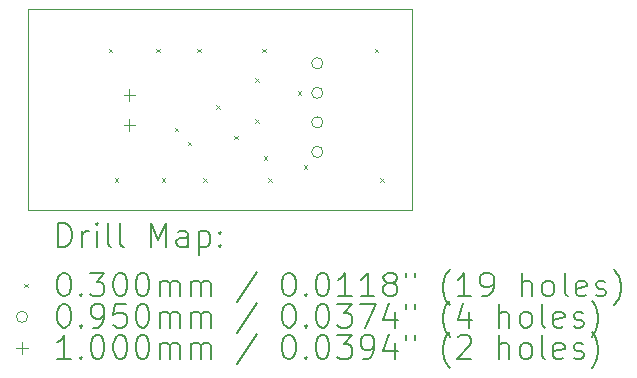
<source format=gbr>
%TF.GenerationSoftware,KiCad,Pcbnew,9.0.4*%
%TF.CreationDate,2025-12-19T23:47:45-05:00*%
%TF.ProjectId,TC_kent,54435f6b-656e-4742-9e6b-696361645f70,rev?*%
%TF.SameCoordinates,Original*%
%TF.FileFunction,Drillmap*%
%TF.FilePolarity,Positive*%
%FSLAX45Y45*%
G04 Gerber Fmt 4.5, Leading zero omitted, Abs format (unit mm)*
G04 Created by KiCad (PCBNEW 9.0.4) date 2025-12-19 23:47:45*
%MOMM*%
%LPD*%
G01*
G04 APERTURE LIST*
%ADD10C,0.050000*%
%ADD11C,0.200000*%
%ADD12C,0.100000*%
G04 APERTURE END LIST*
D10*
X11850000Y-7650000D02*
X15100000Y-7650000D01*
X15100000Y-9350000D01*
X11850000Y-9350000D01*
X11850000Y-7650000D01*
D11*
D12*
X12535000Y-7985000D02*
X12565000Y-8015000D01*
X12565000Y-7985000D02*
X12535000Y-8015000D01*
X12585000Y-9085000D02*
X12615000Y-9115000D01*
X12615000Y-9085000D02*
X12585000Y-9115000D01*
X12935000Y-7985000D02*
X12965000Y-8015000D01*
X12965000Y-7985000D02*
X12935000Y-8015000D01*
X12985000Y-9085000D02*
X13015000Y-9115000D01*
X13015000Y-9085000D02*
X12985000Y-9115000D01*
X13095000Y-8655000D02*
X13125000Y-8685000D01*
X13125000Y-8655000D02*
X13095000Y-8685000D01*
X13205000Y-8775000D02*
X13235000Y-8805000D01*
X13235000Y-8775000D02*
X13205000Y-8805000D01*
X13285000Y-7985000D02*
X13315000Y-8015000D01*
X13315000Y-7985000D02*
X13285000Y-8015000D01*
X13335000Y-9085000D02*
X13365000Y-9115000D01*
X13365000Y-9085000D02*
X13335000Y-9115000D01*
X13442961Y-8463901D02*
X13472961Y-8493901D01*
X13472961Y-8463901D02*
X13442961Y-8493901D01*
X13595000Y-8725000D02*
X13625000Y-8755000D01*
X13625000Y-8725000D02*
X13595000Y-8755000D01*
X13775000Y-8235000D02*
X13805000Y-8265000D01*
X13805000Y-8235000D02*
X13775000Y-8265000D01*
X13775000Y-8585000D02*
X13805000Y-8615000D01*
X13805000Y-8585000D02*
X13775000Y-8615000D01*
X13835000Y-7985000D02*
X13865000Y-8015000D01*
X13865000Y-7985000D02*
X13835000Y-8015000D01*
X13845000Y-8895000D02*
X13875000Y-8925000D01*
X13875000Y-8895000D02*
X13845000Y-8925000D01*
X13885000Y-9085000D02*
X13915000Y-9115000D01*
X13915000Y-9085000D02*
X13885000Y-9115000D01*
X14135000Y-8345000D02*
X14165000Y-8375000D01*
X14165000Y-8345000D02*
X14135000Y-8375000D01*
X14185000Y-8975000D02*
X14215000Y-9005000D01*
X14215000Y-8975000D02*
X14185000Y-9005000D01*
X14785000Y-7985000D02*
X14815000Y-8015000D01*
X14815000Y-7985000D02*
X14785000Y-8015000D01*
X14835000Y-9085000D02*
X14865000Y-9115000D01*
X14865000Y-9085000D02*
X14835000Y-9115000D01*
X14347500Y-8110000D02*
G75*
G02*
X14252500Y-8110000I-47500J0D01*
G01*
X14252500Y-8110000D02*
G75*
G02*
X14347500Y-8110000I47500J0D01*
G01*
X14347500Y-8360000D02*
G75*
G02*
X14252500Y-8360000I-47500J0D01*
G01*
X14252500Y-8360000D02*
G75*
G02*
X14347500Y-8360000I47500J0D01*
G01*
X14347500Y-8610000D02*
G75*
G02*
X14252500Y-8610000I-47500J0D01*
G01*
X14252500Y-8610000D02*
G75*
G02*
X14347500Y-8610000I47500J0D01*
G01*
X14347500Y-8860000D02*
G75*
G02*
X14252500Y-8860000I-47500J0D01*
G01*
X14252500Y-8860000D02*
G75*
G02*
X14347500Y-8860000I47500J0D01*
G01*
X12710000Y-8330000D02*
X12710000Y-8430000D01*
X12660000Y-8380000D02*
X12760000Y-8380000D01*
X12710000Y-8580000D02*
X12710000Y-8680000D01*
X12660000Y-8630000D02*
X12760000Y-8630000D01*
D11*
X12108277Y-9663984D02*
X12108277Y-9463984D01*
X12108277Y-9463984D02*
X12155896Y-9463984D01*
X12155896Y-9463984D02*
X12184467Y-9473508D01*
X12184467Y-9473508D02*
X12203515Y-9492555D01*
X12203515Y-9492555D02*
X12213039Y-9511603D01*
X12213039Y-9511603D02*
X12222562Y-9549698D01*
X12222562Y-9549698D02*
X12222562Y-9578270D01*
X12222562Y-9578270D02*
X12213039Y-9616365D01*
X12213039Y-9616365D02*
X12203515Y-9635412D01*
X12203515Y-9635412D02*
X12184467Y-9654460D01*
X12184467Y-9654460D02*
X12155896Y-9663984D01*
X12155896Y-9663984D02*
X12108277Y-9663984D01*
X12308277Y-9663984D02*
X12308277Y-9530650D01*
X12308277Y-9568746D02*
X12317801Y-9549698D01*
X12317801Y-9549698D02*
X12327324Y-9540174D01*
X12327324Y-9540174D02*
X12346372Y-9530650D01*
X12346372Y-9530650D02*
X12365420Y-9530650D01*
X12432086Y-9663984D02*
X12432086Y-9530650D01*
X12432086Y-9463984D02*
X12422562Y-9473508D01*
X12422562Y-9473508D02*
X12432086Y-9483031D01*
X12432086Y-9483031D02*
X12441610Y-9473508D01*
X12441610Y-9473508D02*
X12432086Y-9463984D01*
X12432086Y-9463984D02*
X12432086Y-9483031D01*
X12555896Y-9663984D02*
X12536848Y-9654460D01*
X12536848Y-9654460D02*
X12527324Y-9635412D01*
X12527324Y-9635412D02*
X12527324Y-9463984D01*
X12660658Y-9663984D02*
X12641610Y-9654460D01*
X12641610Y-9654460D02*
X12632086Y-9635412D01*
X12632086Y-9635412D02*
X12632086Y-9463984D01*
X12889229Y-9663984D02*
X12889229Y-9463984D01*
X12889229Y-9463984D02*
X12955896Y-9606841D01*
X12955896Y-9606841D02*
X13022562Y-9463984D01*
X13022562Y-9463984D02*
X13022562Y-9663984D01*
X13203515Y-9663984D02*
X13203515Y-9559222D01*
X13203515Y-9559222D02*
X13193991Y-9540174D01*
X13193991Y-9540174D02*
X13174943Y-9530650D01*
X13174943Y-9530650D02*
X13136848Y-9530650D01*
X13136848Y-9530650D02*
X13117801Y-9540174D01*
X13203515Y-9654460D02*
X13184467Y-9663984D01*
X13184467Y-9663984D02*
X13136848Y-9663984D01*
X13136848Y-9663984D02*
X13117801Y-9654460D01*
X13117801Y-9654460D02*
X13108277Y-9635412D01*
X13108277Y-9635412D02*
X13108277Y-9616365D01*
X13108277Y-9616365D02*
X13117801Y-9597317D01*
X13117801Y-9597317D02*
X13136848Y-9587793D01*
X13136848Y-9587793D02*
X13184467Y-9587793D01*
X13184467Y-9587793D02*
X13203515Y-9578270D01*
X13298753Y-9530650D02*
X13298753Y-9730650D01*
X13298753Y-9540174D02*
X13317801Y-9530650D01*
X13317801Y-9530650D02*
X13355896Y-9530650D01*
X13355896Y-9530650D02*
X13374943Y-9540174D01*
X13374943Y-9540174D02*
X13384467Y-9549698D01*
X13384467Y-9549698D02*
X13393991Y-9568746D01*
X13393991Y-9568746D02*
X13393991Y-9625889D01*
X13393991Y-9625889D02*
X13384467Y-9644936D01*
X13384467Y-9644936D02*
X13374943Y-9654460D01*
X13374943Y-9654460D02*
X13355896Y-9663984D01*
X13355896Y-9663984D02*
X13317801Y-9663984D01*
X13317801Y-9663984D02*
X13298753Y-9654460D01*
X13479705Y-9644936D02*
X13489229Y-9654460D01*
X13489229Y-9654460D02*
X13479705Y-9663984D01*
X13479705Y-9663984D02*
X13470182Y-9654460D01*
X13470182Y-9654460D02*
X13479705Y-9644936D01*
X13479705Y-9644936D02*
X13479705Y-9663984D01*
X13479705Y-9540174D02*
X13489229Y-9549698D01*
X13489229Y-9549698D02*
X13479705Y-9559222D01*
X13479705Y-9559222D02*
X13470182Y-9549698D01*
X13470182Y-9549698D02*
X13479705Y-9540174D01*
X13479705Y-9540174D02*
X13479705Y-9559222D01*
D12*
X11817500Y-9977500D02*
X11847500Y-10007500D01*
X11847500Y-9977500D02*
X11817500Y-10007500D01*
D11*
X12146372Y-9883984D02*
X12165420Y-9883984D01*
X12165420Y-9883984D02*
X12184467Y-9893508D01*
X12184467Y-9893508D02*
X12193991Y-9903031D01*
X12193991Y-9903031D02*
X12203515Y-9922079D01*
X12203515Y-9922079D02*
X12213039Y-9960174D01*
X12213039Y-9960174D02*
X12213039Y-10007793D01*
X12213039Y-10007793D02*
X12203515Y-10045889D01*
X12203515Y-10045889D02*
X12193991Y-10064936D01*
X12193991Y-10064936D02*
X12184467Y-10074460D01*
X12184467Y-10074460D02*
X12165420Y-10083984D01*
X12165420Y-10083984D02*
X12146372Y-10083984D01*
X12146372Y-10083984D02*
X12127324Y-10074460D01*
X12127324Y-10074460D02*
X12117801Y-10064936D01*
X12117801Y-10064936D02*
X12108277Y-10045889D01*
X12108277Y-10045889D02*
X12098753Y-10007793D01*
X12098753Y-10007793D02*
X12098753Y-9960174D01*
X12098753Y-9960174D02*
X12108277Y-9922079D01*
X12108277Y-9922079D02*
X12117801Y-9903031D01*
X12117801Y-9903031D02*
X12127324Y-9893508D01*
X12127324Y-9893508D02*
X12146372Y-9883984D01*
X12298753Y-10064936D02*
X12308277Y-10074460D01*
X12308277Y-10074460D02*
X12298753Y-10083984D01*
X12298753Y-10083984D02*
X12289229Y-10074460D01*
X12289229Y-10074460D02*
X12298753Y-10064936D01*
X12298753Y-10064936D02*
X12298753Y-10083984D01*
X12374943Y-9883984D02*
X12498753Y-9883984D01*
X12498753Y-9883984D02*
X12432086Y-9960174D01*
X12432086Y-9960174D02*
X12460658Y-9960174D01*
X12460658Y-9960174D02*
X12479705Y-9969698D01*
X12479705Y-9969698D02*
X12489229Y-9979222D01*
X12489229Y-9979222D02*
X12498753Y-9998270D01*
X12498753Y-9998270D02*
X12498753Y-10045889D01*
X12498753Y-10045889D02*
X12489229Y-10064936D01*
X12489229Y-10064936D02*
X12479705Y-10074460D01*
X12479705Y-10074460D02*
X12460658Y-10083984D01*
X12460658Y-10083984D02*
X12403515Y-10083984D01*
X12403515Y-10083984D02*
X12384467Y-10074460D01*
X12384467Y-10074460D02*
X12374943Y-10064936D01*
X12622562Y-9883984D02*
X12641610Y-9883984D01*
X12641610Y-9883984D02*
X12660658Y-9893508D01*
X12660658Y-9893508D02*
X12670182Y-9903031D01*
X12670182Y-9903031D02*
X12679705Y-9922079D01*
X12679705Y-9922079D02*
X12689229Y-9960174D01*
X12689229Y-9960174D02*
X12689229Y-10007793D01*
X12689229Y-10007793D02*
X12679705Y-10045889D01*
X12679705Y-10045889D02*
X12670182Y-10064936D01*
X12670182Y-10064936D02*
X12660658Y-10074460D01*
X12660658Y-10074460D02*
X12641610Y-10083984D01*
X12641610Y-10083984D02*
X12622562Y-10083984D01*
X12622562Y-10083984D02*
X12603515Y-10074460D01*
X12603515Y-10074460D02*
X12593991Y-10064936D01*
X12593991Y-10064936D02*
X12584467Y-10045889D01*
X12584467Y-10045889D02*
X12574943Y-10007793D01*
X12574943Y-10007793D02*
X12574943Y-9960174D01*
X12574943Y-9960174D02*
X12584467Y-9922079D01*
X12584467Y-9922079D02*
X12593991Y-9903031D01*
X12593991Y-9903031D02*
X12603515Y-9893508D01*
X12603515Y-9893508D02*
X12622562Y-9883984D01*
X12813039Y-9883984D02*
X12832086Y-9883984D01*
X12832086Y-9883984D02*
X12851134Y-9893508D01*
X12851134Y-9893508D02*
X12860658Y-9903031D01*
X12860658Y-9903031D02*
X12870182Y-9922079D01*
X12870182Y-9922079D02*
X12879705Y-9960174D01*
X12879705Y-9960174D02*
X12879705Y-10007793D01*
X12879705Y-10007793D02*
X12870182Y-10045889D01*
X12870182Y-10045889D02*
X12860658Y-10064936D01*
X12860658Y-10064936D02*
X12851134Y-10074460D01*
X12851134Y-10074460D02*
X12832086Y-10083984D01*
X12832086Y-10083984D02*
X12813039Y-10083984D01*
X12813039Y-10083984D02*
X12793991Y-10074460D01*
X12793991Y-10074460D02*
X12784467Y-10064936D01*
X12784467Y-10064936D02*
X12774943Y-10045889D01*
X12774943Y-10045889D02*
X12765420Y-10007793D01*
X12765420Y-10007793D02*
X12765420Y-9960174D01*
X12765420Y-9960174D02*
X12774943Y-9922079D01*
X12774943Y-9922079D02*
X12784467Y-9903031D01*
X12784467Y-9903031D02*
X12793991Y-9893508D01*
X12793991Y-9893508D02*
X12813039Y-9883984D01*
X12965420Y-10083984D02*
X12965420Y-9950650D01*
X12965420Y-9969698D02*
X12974943Y-9960174D01*
X12974943Y-9960174D02*
X12993991Y-9950650D01*
X12993991Y-9950650D02*
X13022563Y-9950650D01*
X13022563Y-9950650D02*
X13041610Y-9960174D01*
X13041610Y-9960174D02*
X13051134Y-9979222D01*
X13051134Y-9979222D02*
X13051134Y-10083984D01*
X13051134Y-9979222D02*
X13060658Y-9960174D01*
X13060658Y-9960174D02*
X13079705Y-9950650D01*
X13079705Y-9950650D02*
X13108277Y-9950650D01*
X13108277Y-9950650D02*
X13127324Y-9960174D01*
X13127324Y-9960174D02*
X13136848Y-9979222D01*
X13136848Y-9979222D02*
X13136848Y-10083984D01*
X13232086Y-10083984D02*
X13232086Y-9950650D01*
X13232086Y-9969698D02*
X13241610Y-9960174D01*
X13241610Y-9960174D02*
X13260658Y-9950650D01*
X13260658Y-9950650D02*
X13289229Y-9950650D01*
X13289229Y-9950650D02*
X13308277Y-9960174D01*
X13308277Y-9960174D02*
X13317801Y-9979222D01*
X13317801Y-9979222D02*
X13317801Y-10083984D01*
X13317801Y-9979222D02*
X13327324Y-9960174D01*
X13327324Y-9960174D02*
X13346372Y-9950650D01*
X13346372Y-9950650D02*
X13374943Y-9950650D01*
X13374943Y-9950650D02*
X13393991Y-9960174D01*
X13393991Y-9960174D02*
X13403515Y-9979222D01*
X13403515Y-9979222D02*
X13403515Y-10083984D01*
X13793991Y-9874460D02*
X13622563Y-10131603D01*
X14051134Y-9883984D02*
X14070182Y-9883984D01*
X14070182Y-9883984D02*
X14089229Y-9893508D01*
X14089229Y-9893508D02*
X14098753Y-9903031D01*
X14098753Y-9903031D02*
X14108277Y-9922079D01*
X14108277Y-9922079D02*
X14117801Y-9960174D01*
X14117801Y-9960174D02*
X14117801Y-10007793D01*
X14117801Y-10007793D02*
X14108277Y-10045889D01*
X14108277Y-10045889D02*
X14098753Y-10064936D01*
X14098753Y-10064936D02*
X14089229Y-10074460D01*
X14089229Y-10074460D02*
X14070182Y-10083984D01*
X14070182Y-10083984D02*
X14051134Y-10083984D01*
X14051134Y-10083984D02*
X14032086Y-10074460D01*
X14032086Y-10074460D02*
X14022563Y-10064936D01*
X14022563Y-10064936D02*
X14013039Y-10045889D01*
X14013039Y-10045889D02*
X14003515Y-10007793D01*
X14003515Y-10007793D02*
X14003515Y-9960174D01*
X14003515Y-9960174D02*
X14013039Y-9922079D01*
X14013039Y-9922079D02*
X14022563Y-9903031D01*
X14022563Y-9903031D02*
X14032086Y-9893508D01*
X14032086Y-9893508D02*
X14051134Y-9883984D01*
X14203515Y-10064936D02*
X14213039Y-10074460D01*
X14213039Y-10074460D02*
X14203515Y-10083984D01*
X14203515Y-10083984D02*
X14193991Y-10074460D01*
X14193991Y-10074460D02*
X14203515Y-10064936D01*
X14203515Y-10064936D02*
X14203515Y-10083984D01*
X14336848Y-9883984D02*
X14355896Y-9883984D01*
X14355896Y-9883984D02*
X14374944Y-9893508D01*
X14374944Y-9893508D02*
X14384467Y-9903031D01*
X14384467Y-9903031D02*
X14393991Y-9922079D01*
X14393991Y-9922079D02*
X14403515Y-9960174D01*
X14403515Y-9960174D02*
X14403515Y-10007793D01*
X14403515Y-10007793D02*
X14393991Y-10045889D01*
X14393991Y-10045889D02*
X14384467Y-10064936D01*
X14384467Y-10064936D02*
X14374944Y-10074460D01*
X14374944Y-10074460D02*
X14355896Y-10083984D01*
X14355896Y-10083984D02*
X14336848Y-10083984D01*
X14336848Y-10083984D02*
X14317801Y-10074460D01*
X14317801Y-10074460D02*
X14308277Y-10064936D01*
X14308277Y-10064936D02*
X14298753Y-10045889D01*
X14298753Y-10045889D02*
X14289229Y-10007793D01*
X14289229Y-10007793D02*
X14289229Y-9960174D01*
X14289229Y-9960174D02*
X14298753Y-9922079D01*
X14298753Y-9922079D02*
X14308277Y-9903031D01*
X14308277Y-9903031D02*
X14317801Y-9893508D01*
X14317801Y-9893508D02*
X14336848Y-9883984D01*
X14593991Y-10083984D02*
X14479706Y-10083984D01*
X14536848Y-10083984D02*
X14536848Y-9883984D01*
X14536848Y-9883984D02*
X14517801Y-9912555D01*
X14517801Y-9912555D02*
X14498753Y-9931603D01*
X14498753Y-9931603D02*
X14479706Y-9941127D01*
X14784467Y-10083984D02*
X14670182Y-10083984D01*
X14727325Y-10083984D02*
X14727325Y-9883984D01*
X14727325Y-9883984D02*
X14708277Y-9912555D01*
X14708277Y-9912555D02*
X14689229Y-9931603D01*
X14689229Y-9931603D02*
X14670182Y-9941127D01*
X14898753Y-9969698D02*
X14879706Y-9960174D01*
X14879706Y-9960174D02*
X14870182Y-9950650D01*
X14870182Y-9950650D02*
X14860658Y-9931603D01*
X14860658Y-9931603D02*
X14860658Y-9922079D01*
X14860658Y-9922079D02*
X14870182Y-9903031D01*
X14870182Y-9903031D02*
X14879706Y-9893508D01*
X14879706Y-9893508D02*
X14898753Y-9883984D01*
X14898753Y-9883984D02*
X14936848Y-9883984D01*
X14936848Y-9883984D02*
X14955896Y-9893508D01*
X14955896Y-9893508D02*
X14965420Y-9903031D01*
X14965420Y-9903031D02*
X14974944Y-9922079D01*
X14974944Y-9922079D02*
X14974944Y-9931603D01*
X14974944Y-9931603D02*
X14965420Y-9950650D01*
X14965420Y-9950650D02*
X14955896Y-9960174D01*
X14955896Y-9960174D02*
X14936848Y-9969698D01*
X14936848Y-9969698D02*
X14898753Y-9969698D01*
X14898753Y-9969698D02*
X14879706Y-9979222D01*
X14879706Y-9979222D02*
X14870182Y-9988746D01*
X14870182Y-9988746D02*
X14860658Y-10007793D01*
X14860658Y-10007793D02*
X14860658Y-10045889D01*
X14860658Y-10045889D02*
X14870182Y-10064936D01*
X14870182Y-10064936D02*
X14879706Y-10074460D01*
X14879706Y-10074460D02*
X14898753Y-10083984D01*
X14898753Y-10083984D02*
X14936848Y-10083984D01*
X14936848Y-10083984D02*
X14955896Y-10074460D01*
X14955896Y-10074460D02*
X14965420Y-10064936D01*
X14965420Y-10064936D02*
X14974944Y-10045889D01*
X14974944Y-10045889D02*
X14974944Y-10007793D01*
X14974944Y-10007793D02*
X14965420Y-9988746D01*
X14965420Y-9988746D02*
X14955896Y-9979222D01*
X14955896Y-9979222D02*
X14936848Y-9969698D01*
X15051134Y-9883984D02*
X15051134Y-9922079D01*
X15127325Y-9883984D02*
X15127325Y-9922079D01*
X15422563Y-10160174D02*
X15413039Y-10150650D01*
X15413039Y-10150650D02*
X15393991Y-10122079D01*
X15393991Y-10122079D02*
X15384468Y-10103031D01*
X15384468Y-10103031D02*
X15374944Y-10074460D01*
X15374944Y-10074460D02*
X15365420Y-10026841D01*
X15365420Y-10026841D02*
X15365420Y-9988746D01*
X15365420Y-9988746D02*
X15374944Y-9941127D01*
X15374944Y-9941127D02*
X15384468Y-9912555D01*
X15384468Y-9912555D02*
X15393991Y-9893508D01*
X15393991Y-9893508D02*
X15413039Y-9864936D01*
X15413039Y-9864936D02*
X15422563Y-9855412D01*
X15603515Y-10083984D02*
X15489229Y-10083984D01*
X15546372Y-10083984D02*
X15546372Y-9883984D01*
X15546372Y-9883984D02*
X15527325Y-9912555D01*
X15527325Y-9912555D02*
X15508277Y-9931603D01*
X15508277Y-9931603D02*
X15489229Y-9941127D01*
X15698753Y-10083984D02*
X15736848Y-10083984D01*
X15736848Y-10083984D02*
X15755896Y-10074460D01*
X15755896Y-10074460D02*
X15765420Y-10064936D01*
X15765420Y-10064936D02*
X15784468Y-10036365D01*
X15784468Y-10036365D02*
X15793991Y-9998270D01*
X15793991Y-9998270D02*
X15793991Y-9922079D01*
X15793991Y-9922079D02*
X15784468Y-9903031D01*
X15784468Y-9903031D02*
X15774944Y-9893508D01*
X15774944Y-9893508D02*
X15755896Y-9883984D01*
X15755896Y-9883984D02*
X15717801Y-9883984D01*
X15717801Y-9883984D02*
X15698753Y-9893508D01*
X15698753Y-9893508D02*
X15689229Y-9903031D01*
X15689229Y-9903031D02*
X15679706Y-9922079D01*
X15679706Y-9922079D02*
X15679706Y-9969698D01*
X15679706Y-9969698D02*
X15689229Y-9988746D01*
X15689229Y-9988746D02*
X15698753Y-9998270D01*
X15698753Y-9998270D02*
X15717801Y-10007793D01*
X15717801Y-10007793D02*
X15755896Y-10007793D01*
X15755896Y-10007793D02*
X15774944Y-9998270D01*
X15774944Y-9998270D02*
X15784468Y-9988746D01*
X15784468Y-9988746D02*
X15793991Y-9969698D01*
X16032087Y-10083984D02*
X16032087Y-9883984D01*
X16117801Y-10083984D02*
X16117801Y-9979222D01*
X16117801Y-9979222D02*
X16108277Y-9960174D01*
X16108277Y-9960174D02*
X16089230Y-9950650D01*
X16089230Y-9950650D02*
X16060658Y-9950650D01*
X16060658Y-9950650D02*
X16041610Y-9960174D01*
X16041610Y-9960174D02*
X16032087Y-9969698D01*
X16241610Y-10083984D02*
X16222563Y-10074460D01*
X16222563Y-10074460D02*
X16213039Y-10064936D01*
X16213039Y-10064936D02*
X16203515Y-10045889D01*
X16203515Y-10045889D02*
X16203515Y-9988746D01*
X16203515Y-9988746D02*
X16213039Y-9969698D01*
X16213039Y-9969698D02*
X16222563Y-9960174D01*
X16222563Y-9960174D02*
X16241610Y-9950650D01*
X16241610Y-9950650D02*
X16270182Y-9950650D01*
X16270182Y-9950650D02*
X16289230Y-9960174D01*
X16289230Y-9960174D02*
X16298753Y-9969698D01*
X16298753Y-9969698D02*
X16308277Y-9988746D01*
X16308277Y-9988746D02*
X16308277Y-10045889D01*
X16308277Y-10045889D02*
X16298753Y-10064936D01*
X16298753Y-10064936D02*
X16289230Y-10074460D01*
X16289230Y-10074460D02*
X16270182Y-10083984D01*
X16270182Y-10083984D02*
X16241610Y-10083984D01*
X16422563Y-10083984D02*
X16403515Y-10074460D01*
X16403515Y-10074460D02*
X16393991Y-10055412D01*
X16393991Y-10055412D02*
X16393991Y-9883984D01*
X16574944Y-10074460D02*
X16555896Y-10083984D01*
X16555896Y-10083984D02*
X16517801Y-10083984D01*
X16517801Y-10083984D02*
X16498753Y-10074460D01*
X16498753Y-10074460D02*
X16489230Y-10055412D01*
X16489230Y-10055412D02*
X16489230Y-9979222D01*
X16489230Y-9979222D02*
X16498753Y-9960174D01*
X16498753Y-9960174D02*
X16517801Y-9950650D01*
X16517801Y-9950650D02*
X16555896Y-9950650D01*
X16555896Y-9950650D02*
X16574944Y-9960174D01*
X16574944Y-9960174D02*
X16584468Y-9979222D01*
X16584468Y-9979222D02*
X16584468Y-9998270D01*
X16584468Y-9998270D02*
X16489230Y-10017317D01*
X16660658Y-10074460D02*
X16679706Y-10083984D01*
X16679706Y-10083984D02*
X16717801Y-10083984D01*
X16717801Y-10083984D02*
X16736849Y-10074460D01*
X16736849Y-10074460D02*
X16746372Y-10055412D01*
X16746372Y-10055412D02*
X16746372Y-10045889D01*
X16746372Y-10045889D02*
X16736849Y-10026841D01*
X16736849Y-10026841D02*
X16717801Y-10017317D01*
X16717801Y-10017317D02*
X16689230Y-10017317D01*
X16689230Y-10017317D02*
X16670182Y-10007793D01*
X16670182Y-10007793D02*
X16660658Y-9988746D01*
X16660658Y-9988746D02*
X16660658Y-9979222D01*
X16660658Y-9979222D02*
X16670182Y-9960174D01*
X16670182Y-9960174D02*
X16689230Y-9950650D01*
X16689230Y-9950650D02*
X16717801Y-9950650D01*
X16717801Y-9950650D02*
X16736849Y-9960174D01*
X16813039Y-10160174D02*
X16822563Y-10150650D01*
X16822563Y-10150650D02*
X16841611Y-10122079D01*
X16841611Y-10122079D02*
X16851134Y-10103031D01*
X16851134Y-10103031D02*
X16860658Y-10074460D01*
X16860658Y-10074460D02*
X16870182Y-10026841D01*
X16870182Y-10026841D02*
X16870182Y-9988746D01*
X16870182Y-9988746D02*
X16860658Y-9941127D01*
X16860658Y-9941127D02*
X16851134Y-9912555D01*
X16851134Y-9912555D02*
X16841611Y-9893508D01*
X16841611Y-9893508D02*
X16822563Y-9864936D01*
X16822563Y-9864936D02*
X16813039Y-9855412D01*
D12*
X11847500Y-10256500D02*
G75*
G02*
X11752500Y-10256500I-47500J0D01*
G01*
X11752500Y-10256500D02*
G75*
G02*
X11847500Y-10256500I47500J0D01*
G01*
D11*
X12146372Y-10147984D02*
X12165420Y-10147984D01*
X12165420Y-10147984D02*
X12184467Y-10157508D01*
X12184467Y-10157508D02*
X12193991Y-10167031D01*
X12193991Y-10167031D02*
X12203515Y-10186079D01*
X12203515Y-10186079D02*
X12213039Y-10224174D01*
X12213039Y-10224174D02*
X12213039Y-10271793D01*
X12213039Y-10271793D02*
X12203515Y-10309889D01*
X12203515Y-10309889D02*
X12193991Y-10328936D01*
X12193991Y-10328936D02*
X12184467Y-10338460D01*
X12184467Y-10338460D02*
X12165420Y-10347984D01*
X12165420Y-10347984D02*
X12146372Y-10347984D01*
X12146372Y-10347984D02*
X12127324Y-10338460D01*
X12127324Y-10338460D02*
X12117801Y-10328936D01*
X12117801Y-10328936D02*
X12108277Y-10309889D01*
X12108277Y-10309889D02*
X12098753Y-10271793D01*
X12098753Y-10271793D02*
X12098753Y-10224174D01*
X12098753Y-10224174D02*
X12108277Y-10186079D01*
X12108277Y-10186079D02*
X12117801Y-10167031D01*
X12117801Y-10167031D02*
X12127324Y-10157508D01*
X12127324Y-10157508D02*
X12146372Y-10147984D01*
X12298753Y-10328936D02*
X12308277Y-10338460D01*
X12308277Y-10338460D02*
X12298753Y-10347984D01*
X12298753Y-10347984D02*
X12289229Y-10338460D01*
X12289229Y-10338460D02*
X12298753Y-10328936D01*
X12298753Y-10328936D02*
X12298753Y-10347984D01*
X12403515Y-10347984D02*
X12441610Y-10347984D01*
X12441610Y-10347984D02*
X12460658Y-10338460D01*
X12460658Y-10338460D02*
X12470182Y-10328936D01*
X12470182Y-10328936D02*
X12489229Y-10300365D01*
X12489229Y-10300365D02*
X12498753Y-10262270D01*
X12498753Y-10262270D02*
X12498753Y-10186079D01*
X12498753Y-10186079D02*
X12489229Y-10167031D01*
X12489229Y-10167031D02*
X12479705Y-10157508D01*
X12479705Y-10157508D02*
X12460658Y-10147984D01*
X12460658Y-10147984D02*
X12422562Y-10147984D01*
X12422562Y-10147984D02*
X12403515Y-10157508D01*
X12403515Y-10157508D02*
X12393991Y-10167031D01*
X12393991Y-10167031D02*
X12384467Y-10186079D01*
X12384467Y-10186079D02*
X12384467Y-10233698D01*
X12384467Y-10233698D02*
X12393991Y-10252746D01*
X12393991Y-10252746D02*
X12403515Y-10262270D01*
X12403515Y-10262270D02*
X12422562Y-10271793D01*
X12422562Y-10271793D02*
X12460658Y-10271793D01*
X12460658Y-10271793D02*
X12479705Y-10262270D01*
X12479705Y-10262270D02*
X12489229Y-10252746D01*
X12489229Y-10252746D02*
X12498753Y-10233698D01*
X12679705Y-10147984D02*
X12584467Y-10147984D01*
X12584467Y-10147984D02*
X12574943Y-10243222D01*
X12574943Y-10243222D02*
X12584467Y-10233698D01*
X12584467Y-10233698D02*
X12603515Y-10224174D01*
X12603515Y-10224174D02*
X12651134Y-10224174D01*
X12651134Y-10224174D02*
X12670182Y-10233698D01*
X12670182Y-10233698D02*
X12679705Y-10243222D01*
X12679705Y-10243222D02*
X12689229Y-10262270D01*
X12689229Y-10262270D02*
X12689229Y-10309889D01*
X12689229Y-10309889D02*
X12679705Y-10328936D01*
X12679705Y-10328936D02*
X12670182Y-10338460D01*
X12670182Y-10338460D02*
X12651134Y-10347984D01*
X12651134Y-10347984D02*
X12603515Y-10347984D01*
X12603515Y-10347984D02*
X12584467Y-10338460D01*
X12584467Y-10338460D02*
X12574943Y-10328936D01*
X12813039Y-10147984D02*
X12832086Y-10147984D01*
X12832086Y-10147984D02*
X12851134Y-10157508D01*
X12851134Y-10157508D02*
X12860658Y-10167031D01*
X12860658Y-10167031D02*
X12870182Y-10186079D01*
X12870182Y-10186079D02*
X12879705Y-10224174D01*
X12879705Y-10224174D02*
X12879705Y-10271793D01*
X12879705Y-10271793D02*
X12870182Y-10309889D01*
X12870182Y-10309889D02*
X12860658Y-10328936D01*
X12860658Y-10328936D02*
X12851134Y-10338460D01*
X12851134Y-10338460D02*
X12832086Y-10347984D01*
X12832086Y-10347984D02*
X12813039Y-10347984D01*
X12813039Y-10347984D02*
X12793991Y-10338460D01*
X12793991Y-10338460D02*
X12784467Y-10328936D01*
X12784467Y-10328936D02*
X12774943Y-10309889D01*
X12774943Y-10309889D02*
X12765420Y-10271793D01*
X12765420Y-10271793D02*
X12765420Y-10224174D01*
X12765420Y-10224174D02*
X12774943Y-10186079D01*
X12774943Y-10186079D02*
X12784467Y-10167031D01*
X12784467Y-10167031D02*
X12793991Y-10157508D01*
X12793991Y-10157508D02*
X12813039Y-10147984D01*
X12965420Y-10347984D02*
X12965420Y-10214650D01*
X12965420Y-10233698D02*
X12974943Y-10224174D01*
X12974943Y-10224174D02*
X12993991Y-10214650D01*
X12993991Y-10214650D02*
X13022563Y-10214650D01*
X13022563Y-10214650D02*
X13041610Y-10224174D01*
X13041610Y-10224174D02*
X13051134Y-10243222D01*
X13051134Y-10243222D02*
X13051134Y-10347984D01*
X13051134Y-10243222D02*
X13060658Y-10224174D01*
X13060658Y-10224174D02*
X13079705Y-10214650D01*
X13079705Y-10214650D02*
X13108277Y-10214650D01*
X13108277Y-10214650D02*
X13127324Y-10224174D01*
X13127324Y-10224174D02*
X13136848Y-10243222D01*
X13136848Y-10243222D02*
X13136848Y-10347984D01*
X13232086Y-10347984D02*
X13232086Y-10214650D01*
X13232086Y-10233698D02*
X13241610Y-10224174D01*
X13241610Y-10224174D02*
X13260658Y-10214650D01*
X13260658Y-10214650D02*
X13289229Y-10214650D01*
X13289229Y-10214650D02*
X13308277Y-10224174D01*
X13308277Y-10224174D02*
X13317801Y-10243222D01*
X13317801Y-10243222D02*
X13317801Y-10347984D01*
X13317801Y-10243222D02*
X13327324Y-10224174D01*
X13327324Y-10224174D02*
X13346372Y-10214650D01*
X13346372Y-10214650D02*
X13374943Y-10214650D01*
X13374943Y-10214650D02*
X13393991Y-10224174D01*
X13393991Y-10224174D02*
X13403515Y-10243222D01*
X13403515Y-10243222D02*
X13403515Y-10347984D01*
X13793991Y-10138460D02*
X13622563Y-10395603D01*
X14051134Y-10147984D02*
X14070182Y-10147984D01*
X14070182Y-10147984D02*
X14089229Y-10157508D01*
X14089229Y-10157508D02*
X14098753Y-10167031D01*
X14098753Y-10167031D02*
X14108277Y-10186079D01*
X14108277Y-10186079D02*
X14117801Y-10224174D01*
X14117801Y-10224174D02*
X14117801Y-10271793D01*
X14117801Y-10271793D02*
X14108277Y-10309889D01*
X14108277Y-10309889D02*
X14098753Y-10328936D01*
X14098753Y-10328936D02*
X14089229Y-10338460D01*
X14089229Y-10338460D02*
X14070182Y-10347984D01*
X14070182Y-10347984D02*
X14051134Y-10347984D01*
X14051134Y-10347984D02*
X14032086Y-10338460D01*
X14032086Y-10338460D02*
X14022563Y-10328936D01*
X14022563Y-10328936D02*
X14013039Y-10309889D01*
X14013039Y-10309889D02*
X14003515Y-10271793D01*
X14003515Y-10271793D02*
X14003515Y-10224174D01*
X14003515Y-10224174D02*
X14013039Y-10186079D01*
X14013039Y-10186079D02*
X14022563Y-10167031D01*
X14022563Y-10167031D02*
X14032086Y-10157508D01*
X14032086Y-10157508D02*
X14051134Y-10147984D01*
X14203515Y-10328936D02*
X14213039Y-10338460D01*
X14213039Y-10338460D02*
X14203515Y-10347984D01*
X14203515Y-10347984D02*
X14193991Y-10338460D01*
X14193991Y-10338460D02*
X14203515Y-10328936D01*
X14203515Y-10328936D02*
X14203515Y-10347984D01*
X14336848Y-10147984D02*
X14355896Y-10147984D01*
X14355896Y-10147984D02*
X14374944Y-10157508D01*
X14374944Y-10157508D02*
X14384467Y-10167031D01*
X14384467Y-10167031D02*
X14393991Y-10186079D01*
X14393991Y-10186079D02*
X14403515Y-10224174D01*
X14403515Y-10224174D02*
X14403515Y-10271793D01*
X14403515Y-10271793D02*
X14393991Y-10309889D01*
X14393991Y-10309889D02*
X14384467Y-10328936D01*
X14384467Y-10328936D02*
X14374944Y-10338460D01*
X14374944Y-10338460D02*
X14355896Y-10347984D01*
X14355896Y-10347984D02*
X14336848Y-10347984D01*
X14336848Y-10347984D02*
X14317801Y-10338460D01*
X14317801Y-10338460D02*
X14308277Y-10328936D01*
X14308277Y-10328936D02*
X14298753Y-10309889D01*
X14298753Y-10309889D02*
X14289229Y-10271793D01*
X14289229Y-10271793D02*
X14289229Y-10224174D01*
X14289229Y-10224174D02*
X14298753Y-10186079D01*
X14298753Y-10186079D02*
X14308277Y-10167031D01*
X14308277Y-10167031D02*
X14317801Y-10157508D01*
X14317801Y-10157508D02*
X14336848Y-10147984D01*
X14470182Y-10147984D02*
X14593991Y-10147984D01*
X14593991Y-10147984D02*
X14527325Y-10224174D01*
X14527325Y-10224174D02*
X14555896Y-10224174D01*
X14555896Y-10224174D02*
X14574944Y-10233698D01*
X14574944Y-10233698D02*
X14584467Y-10243222D01*
X14584467Y-10243222D02*
X14593991Y-10262270D01*
X14593991Y-10262270D02*
X14593991Y-10309889D01*
X14593991Y-10309889D02*
X14584467Y-10328936D01*
X14584467Y-10328936D02*
X14574944Y-10338460D01*
X14574944Y-10338460D02*
X14555896Y-10347984D01*
X14555896Y-10347984D02*
X14498753Y-10347984D01*
X14498753Y-10347984D02*
X14479706Y-10338460D01*
X14479706Y-10338460D02*
X14470182Y-10328936D01*
X14660658Y-10147984D02*
X14793991Y-10147984D01*
X14793991Y-10147984D02*
X14708277Y-10347984D01*
X14955896Y-10214650D02*
X14955896Y-10347984D01*
X14908277Y-10138460D02*
X14860658Y-10281317D01*
X14860658Y-10281317D02*
X14984467Y-10281317D01*
X15051134Y-10147984D02*
X15051134Y-10186079D01*
X15127325Y-10147984D02*
X15127325Y-10186079D01*
X15422563Y-10424174D02*
X15413039Y-10414650D01*
X15413039Y-10414650D02*
X15393991Y-10386079D01*
X15393991Y-10386079D02*
X15384468Y-10367031D01*
X15384468Y-10367031D02*
X15374944Y-10338460D01*
X15374944Y-10338460D02*
X15365420Y-10290841D01*
X15365420Y-10290841D02*
X15365420Y-10252746D01*
X15365420Y-10252746D02*
X15374944Y-10205127D01*
X15374944Y-10205127D02*
X15384468Y-10176555D01*
X15384468Y-10176555D02*
X15393991Y-10157508D01*
X15393991Y-10157508D02*
X15413039Y-10128936D01*
X15413039Y-10128936D02*
X15422563Y-10119412D01*
X15584468Y-10214650D02*
X15584468Y-10347984D01*
X15536848Y-10138460D02*
X15489229Y-10281317D01*
X15489229Y-10281317D02*
X15613039Y-10281317D01*
X15841610Y-10347984D02*
X15841610Y-10147984D01*
X15927325Y-10347984D02*
X15927325Y-10243222D01*
X15927325Y-10243222D02*
X15917801Y-10224174D01*
X15917801Y-10224174D02*
X15898753Y-10214650D01*
X15898753Y-10214650D02*
X15870182Y-10214650D01*
X15870182Y-10214650D02*
X15851134Y-10224174D01*
X15851134Y-10224174D02*
X15841610Y-10233698D01*
X16051134Y-10347984D02*
X16032087Y-10338460D01*
X16032087Y-10338460D02*
X16022563Y-10328936D01*
X16022563Y-10328936D02*
X16013039Y-10309889D01*
X16013039Y-10309889D02*
X16013039Y-10252746D01*
X16013039Y-10252746D02*
X16022563Y-10233698D01*
X16022563Y-10233698D02*
X16032087Y-10224174D01*
X16032087Y-10224174D02*
X16051134Y-10214650D01*
X16051134Y-10214650D02*
X16079706Y-10214650D01*
X16079706Y-10214650D02*
X16098753Y-10224174D01*
X16098753Y-10224174D02*
X16108277Y-10233698D01*
X16108277Y-10233698D02*
X16117801Y-10252746D01*
X16117801Y-10252746D02*
X16117801Y-10309889D01*
X16117801Y-10309889D02*
X16108277Y-10328936D01*
X16108277Y-10328936D02*
X16098753Y-10338460D01*
X16098753Y-10338460D02*
X16079706Y-10347984D01*
X16079706Y-10347984D02*
X16051134Y-10347984D01*
X16232087Y-10347984D02*
X16213039Y-10338460D01*
X16213039Y-10338460D02*
X16203515Y-10319412D01*
X16203515Y-10319412D02*
X16203515Y-10147984D01*
X16384468Y-10338460D02*
X16365420Y-10347984D01*
X16365420Y-10347984D02*
X16327325Y-10347984D01*
X16327325Y-10347984D02*
X16308277Y-10338460D01*
X16308277Y-10338460D02*
X16298753Y-10319412D01*
X16298753Y-10319412D02*
X16298753Y-10243222D01*
X16298753Y-10243222D02*
X16308277Y-10224174D01*
X16308277Y-10224174D02*
X16327325Y-10214650D01*
X16327325Y-10214650D02*
X16365420Y-10214650D01*
X16365420Y-10214650D02*
X16384468Y-10224174D01*
X16384468Y-10224174D02*
X16393991Y-10243222D01*
X16393991Y-10243222D02*
X16393991Y-10262270D01*
X16393991Y-10262270D02*
X16298753Y-10281317D01*
X16470182Y-10338460D02*
X16489230Y-10347984D01*
X16489230Y-10347984D02*
X16527325Y-10347984D01*
X16527325Y-10347984D02*
X16546372Y-10338460D01*
X16546372Y-10338460D02*
X16555896Y-10319412D01*
X16555896Y-10319412D02*
X16555896Y-10309889D01*
X16555896Y-10309889D02*
X16546372Y-10290841D01*
X16546372Y-10290841D02*
X16527325Y-10281317D01*
X16527325Y-10281317D02*
X16498753Y-10281317D01*
X16498753Y-10281317D02*
X16479706Y-10271793D01*
X16479706Y-10271793D02*
X16470182Y-10252746D01*
X16470182Y-10252746D02*
X16470182Y-10243222D01*
X16470182Y-10243222D02*
X16479706Y-10224174D01*
X16479706Y-10224174D02*
X16498753Y-10214650D01*
X16498753Y-10214650D02*
X16527325Y-10214650D01*
X16527325Y-10214650D02*
X16546372Y-10224174D01*
X16622563Y-10424174D02*
X16632087Y-10414650D01*
X16632087Y-10414650D02*
X16651134Y-10386079D01*
X16651134Y-10386079D02*
X16660658Y-10367031D01*
X16660658Y-10367031D02*
X16670182Y-10338460D01*
X16670182Y-10338460D02*
X16679706Y-10290841D01*
X16679706Y-10290841D02*
X16679706Y-10252746D01*
X16679706Y-10252746D02*
X16670182Y-10205127D01*
X16670182Y-10205127D02*
X16660658Y-10176555D01*
X16660658Y-10176555D02*
X16651134Y-10157508D01*
X16651134Y-10157508D02*
X16632087Y-10128936D01*
X16632087Y-10128936D02*
X16622563Y-10119412D01*
D12*
X11797500Y-10470500D02*
X11797500Y-10570500D01*
X11747500Y-10520500D02*
X11847500Y-10520500D01*
D11*
X12213039Y-10611984D02*
X12098753Y-10611984D01*
X12155896Y-10611984D02*
X12155896Y-10411984D01*
X12155896Y-10411984D02*
X12136848Y-10440555D01*
X12136848Y-10440555D02*
X12117801Y-10459603D01*
X12117801Y-10459603D02*
X12098753Y-10469127D01*
X12298753Y-10592936D02*
X12308277Y-10602460D01*
X12308277Y-10602460D02*
X12298753Y-10611984D01*
X12298753Y-10611984D02*
X12289229Y-10602460D01*
X12289229Y-10602460D02*
X12298753Y-10592936D01*
X12298753Y-10592936D02*
X12298753Y-10611984D01*
X12432086Y-10411984D02*
X12451134Y-10411984D01*
X12451134Y-10411984D02*
X12470182Y-10421508D01*
X12470182Y-10421508D02*
X12479705Y-10431031D01*
X12479705Y-10431031D02*
X12489229Y-10450079D01*
X12489229Y-10450079D02*
X12498753Y-10488174D01*
X12498753Y-10488174D02*
X12498753Y-10535793D01*
X12498753Y-10535793D02*
X12489229Y-10573889D01*
X12489229Y-10573889D02*
X12479705Y-10592936D01*
X12479705Y-10592936D02*
X12470182Y-10602460D01*
X12470182Y-10602460D02*
X12451134Y-10611984D01*
X12451134Y-10611984D02*
X12432086Y-10611984D01*
X12432086Y-10611984D02*
X12413039Y-10602460D01*
X12413039Y-10602460D02*
X12403515Y-10592936D01*
X12403515Y-10592936D02*
X12393991Y-10573889D01*
X12393991Y-10573889D02*
X12384467Y-10535793D01*
X12384467Y-10535793D02*
X12384467Y-10488174D01*
X12384467Y-10488174D02*
X12393991Y-10450079D01*
X12393991Y-10450079D02*
X12403515Y-10431031D01*
X12403515Y-10431031D02*
X12413039Y-10421508D01*
X12413039Y-10421508D02*
X12432086Y-10411984D01*
X12622562Y-10411984D02*
X12641610Y-10411984D01*
X12641610Y-10411984D02*
X12660658Y-10421508D01*
X12660658Y-10421508D02*
X12670182Y-10431031D01*
X12670182Y-10431031D02*
X12679705Y-10450079D01*
X12679705Y-10450079D02*
X12689229Y-10488174D01*
X12689229Y-10488174D02*
X12689229Y-10535793D01*
X12689229Y-10535793D02*
X12679705Y-10573889D01*
X12679705Y-10573889D02*
X12670182Y-10592936D01*
X12670182Y-10592936D02*
X12660658Y-10602460D01*
X12660658Y-10602460D02*
X12641610Y-10611984D01*
X12641610Y-10611984D02*
X12622562Y-10611984D01*
X12622562Y-10611984D02*
X12603515Y-10602460D01*
X12603515Y-10602460D02*
X12593991Y-10592936D01*
X12593991Y-10592936D02*
X12584467Y-10573889D01*
X12584467Y-10573889D02*
X12574943Y-10535793D01*
X12574943Y-10535793D02*
X12574943Y-10488174D01*
X12574943Y-10488174D02*
X12584467Y-10450079D01*
X12584467Y-10450079D02*
X12593991Y-10431031D01*
X12593991Y-10431031D02*
X12603515Y-10421508D01*
X12603515Y-10421508D02*
X12622562Y-10411984D01*
X12813039Y-10411984D02*
X12832086Y-10411984D01*
X12832086Y-10411984D02*
X12851134Y-10421508D01*
X12851134Y-10421508D02*
X12860658Y-10431031D01*
X12860658Y-10431031D02*
X12870182Y-10450079D01*
X12870182Y-10450079D02*
X12879705Y-10488174D01*
X12879705Y-10488174D02*
X12879705Y-10535793D01*
X12879705Y-10535793D02*
X12870182Y-10573889D01*
X12870182Y-10573889D02*
X12860658Y-10592936D01*
X12860658Y-10592936D02*
X12851134Y-10602460D01*
X12851134Y-10602460D02*
X12832086Y-10611984D01*
X12832086Y-10611984D02*
X12813039Y-10611984D01*
X12813039Y-10611984D02*
X12793991Y-10602460D01*
X12793991Y-10602460D02*
X12784467Y-10592936D01*
X12784467Y-10592936D02*
X12774943Y-10573889D01*
X12774943Y-10573889D02*
X12765420Y-10535793D01*
X12765420Y-10535793D02*
X12765420Y-10488174D01*
X12765420Y-10488174D02*
X12774943Y-10450079D01*
X12774943Y-10450079D02*
X12784467Y-10431031D01*
X12784467Y-10431031D02*
X12793991Y-10421508D01*
X12793991Y-10421508D02*
X12813039Y-10411984D01*
X12965420Y-10611984D02*
X12965420Y-10478650D01*
X12965420Y-10497698D02*
X12974943Y-10488174D01*
X12974943Y-10488174D02*
X12993991Y-10478650D01*
X12993991Y-10478650D02*
X13022563Y-10478650D01*
X13022563Y-10478650D02*
X13041610Y-10488174D01*
X13041610Y-10488174D02*
X13051134Y-10507222D01*
X13051134Y-10507222D02*
X13051134Y-10611984D01*
X13051134Y-10507222D02*
X13060658Y-10488174D01*
X13060658Y-10488174D02*
X13079705Y-10478650D01*
X13079705Y-10478650D02*
X13108277Y-10478650D01*
X13108277Y-10478650D02*
X13127324Y-10488174D01*
X13127324Y-10488174D02*
X13136848Y-10507222D01*
X13136848Y-10507222D02*
X13136848Y-10611984D01*
X13232086Y-10611984D02*
X13232086Y-10478650D01*
X13232086Y-10497698D02*
X13241610Y-10488174D01*
X13241610Y-10488174D02*
X13260658Y-10478650D01*
X13260658Y-10478650D02*
X13289229Y-10478650D01*
X13289229Y-10478650D02*
X13308277Y-10488174D01*
X13308277Y-10488174D02*
X13317801Y-10507222D01*
X13317801Y-10507222D02*
X13317801Y-10611984D01*
X13317801Y-10507222D02*
X13327324Y-10488174D01*
X13327324Y-10488174D02*
X13346372Y-10478650D01*
X13346372Y-10478650D02*
X13374943Y-10478650D01*
X13374943Y-10478650D02*
X13393991Y-10488174D01*
X13393991Y-10488174D02*
X13403515Y-10507222D01*
X13403515Y-10507222D02*
X13403515Y-10611984D01*
X13793991Y-10402460D02*
X13622563Y-10659603D01*
X14051134Y-10411984D02*
X14070182Y-10411984D01*
X14070182Y-10411984D02*
X14089229Y-10421508D01*
X14089229Y-10421508D02*
X14098753Y-10431031D01*
X14098753Y-10431031D02*
X14108277Y-10450079D01*
X14108277Y-10450079D02*
X14117801Y-10488174D01*
X14117801Y-10488174D02*
X14117801Y-10535793D01*
X14117801Y-10535793D02*
X14108277Y-10573889D01*
X14108277Y-10573889D02*
X14098753Y-10592936D01*
X14098753Y-10592936D02*
X14089229Y-10602460D01*
X14089229Y-10602460D02*
X14070182Y-10611984D01*
X14070182Y-10611984D02*
X14051134Y-10611984D01*
X14051134Y-10611984D02*
X14032086Y-10602460D01*
X14032086Y-10602460D02*
X14022563Y-10592936D01*
X14022563Y-10592936D02*
X14013039Y-10573889D01*
X14013039Y-10573889D02*
X14003515Y-10535793D01*
X14003515Y-10535793D02*
X14003515Y-10488174D01*
X14003515Y-10488174D02*
X14013039Y-10450079D01*
X14013039Y-10450079D02*
X14022563Y-10431031D01*
X14022563Y-10431031D02*
X14032086Y-10421508D01*
X14032086Y-10421508D02*
X14051134Y-10411984D01*
X14203515Y-10592936D02*
X14213039Y-10602460D01*
X14213039Y-10602460D02*
X14203515Y-10611984D01*
X14203515Y-10611984D02*
X14193991Y-10602460D01*
X14193991Y-10602460D02*
X14203515Y-10592936D01*
X14203515Y-10592936D02*
X14203515Y-10611984D01*
X14336848Y-10411984D02*
X14355896Y-10411984D01*
X14355896Y-10411984D02*
X14374944Y-10421508D01*
X14374944Y-10421508D02*
X14384467Y-10431031D01*
X14384467Y-10431031D02*
X14393991Y-10450079D01*
X14393991Y-10450079D02*
X14403515Y-10488174D01*
X14403515Y-10488174D02*
X14403515Y-10535793D01*
X14403515Y-10535793D02*
X14393991Y-10573889D01*
X14393991Y-10573889D02*
X14384467Y-10592936D01*
X14384467Y-10592936D02*
X14374944Y-10602460D01*
X14374944Y-10602460D02*
X14355896Y-10611984D01*
X14355896Y-10611984D02*
X14336848Y-10611984D01*
X14336848Y-10611984D02*
X14317801Y-10602460D01*
X14317801Y-10602460D02*
X14308277Y-10592936D01*
X14308277Y-10592936D02*
X14298753Y-10573889D01*
X14298753Y-10573889D02*
X14289229Y-10535793D01*
X14289229Y-10535793D02*
X14289229Y-10488174D01*
X14289229Y-10488174D02*
X14298753Y-10450079D01*
X14298753Y-10450079D02*
X14308277Y-10431031D01*
X14308277Y-10431031D02*
X14317801Y-10421508D01*
X14317801Y-10421508D02*
X14336848Y-10411984D01*
X14470182Y-10411984D02*
X14593991Y-10411984D01*
X14593991Y-10411984D02*
X14527325Y-10488174D01*
X14527325Y-10488174D02*
X14555896Y-10488174D01*
X14555896Y-10488174D02*
X14574944Y-10497698D01*
X14574944Y-10497698D02*
X14584467Y-10507222D01*
X14584467Y-10507222D02*
X14593991Y-10526270D01*
X14593991Y-10526270D02*
X14593991Y-10573889D01*
X14593991Y-10573889D02*
X14584467Y-10592936D01*
X14584467Y-10592936D02*
X14574944Y-10602460D01*
X14574944Y-10602460D02*
X14555896Y-10611984D01*
X14555896Y-10611984D02*
X14498753Y-10611984D01*
X14498753Y-10611984D02*
X14479706Y-10602460D01*
X14479706Y-10602460D02*
X14470182Y-10592936D01*
X14689229Y-10611984D02*
X14727325Y-10611984D01*
X14727325Y-10611984D02*
X14746372Y-10602460D01*
X14746372Y-10602460D02*
X14755896Y-10592936D01*
X14755896Y-10592936D02*
X14774944Y-10564365D01*
X14774944Y-10564365D02*
X14784467Y-10526270D01*
X14784467Y-10526270D02*
X14784467Y-10450079D01*
X14784467Y-10450079D02*
X14774944Y-10431031D01*
X14774944Y-10431031D02*
X14765420Y-10421508D01*
X14765420Y-10421508D02*
X14746372Y-10411984D01*
X14746372Y-10411984D02*
X14708277Y-10411984D01*
X14708277Y-10411984D02*
X14689229Y-10421508D01*
X14689229Y-10421508D02*
X14679706Y-10431031D01*
X14679706Y-10431031D02*
X14670182Y-10450079D01*
X14670182Y-10450079D02*
X14670182Y-10497698D01*
X14670182Y-10497698D02*
X14679706Y-10516746D01*
X14679706Y-10516746D02*
X14689229Y-10526270D01*
X14689229Y-10526270D02*
X14708277Y-10535793D01*
X14708277Y-10535793D02*
X14746372Y-10535793D01*
X14746372Y-10535793D02*
X14765420Y-10526270D01*
X14765420Y-10526270D02*
X14774944Y-10516746D01*
X14774944Y-10516746D02*
X14784467Y-10497698D01*
X14955896Y-10478650D02*
X14955896Y-10611984D01*
X14908277Y-10402460D02*
X14860658Y-10545317D01*
X14860658Y-10545317D02*
X14984467Y-10545317D01*
X15051134Y-10411984D02*
X15051134Y-10450079D01*
X15127325Y-10411984D02*
X15127325Y-10450079D01*
X15422563Y-10688174D02*
X15413039Y-10678650D01*
X15413039Y-10678650D02*
X15393991Y-10650079D01*
X15393991Y-10650079D02*
X15384468Y-10631031D01*
X15384468Y-10631031D02*
X15374944Y-10602460D01*
X15374944Y-10602460D02*
X15365420Y-10554841D01*
X15365420Y-10554841D02*
X15365420Y-10516746D01*
X15365420Y-10516746D02*
X15374944Y-10469127D01*
X15374944Y-10469127D02*
X15384468Y-10440555D01*
X15384468Y-10440555D02*
X15393991Y-10421508D01*
X15393991Y-10421508D02*
X15413039Y-10392936D01*
X15413039Y-10392936D02*
X15422563Y-10383412D01*
X15489229Y-10431031D02*
X15498753Y-10421508D01*
X15498753Y-10421508D02*
X15517801Y-10411984D01*
X15517801Y-10411984D02*
X15565420Y-10411984D01*
X15565420Y-10411984D02*
X15584468Y-10421508D01*
X15584468Y-10421508D02*
X15593991Y-10431031D01*
X15593991Y-10431031D02*
X15603515Y-10450079D01*
X15603515Y-10450079D02*
X15603515Y-10469127D01*
X15603515Y-10469127D02*
X15593991Y-10497698D01*
X15593991Y-10497698D02*
X15479706Y-10611984D01*
X15479706Y-10611984D02*
X15603515Y-10611984D01*
X15841610Y-10611984D02*
X15841610Y-10411984D01*
X15927325Y-10611984D02*
X15927325Y-10507222D01*
X15927325Y-10507222D02*
X15917801Y-10488174D01*
X15917801Y-10488174D02*
X15898753Y-10478650D01*
X15898753Y-10478650D02*
X15870182Y-10478650D01*
X15870182Y-10478650D02*
X15851134Y-10488174D01*
X15851134Y-10488174D02*
X15841610Y-10497698D01*
X16051134Y-10611984D02*
X16032087Y-10602460D01*
X16032087Y-10602460D02*
X16022563Y-10592936D01*
X16022563Y-10592936D02*
X16013039Y-10573889D01*
X16013039Y-10573889D02*
X16013039Y-10516746D01*
X16013039Y-10516746D02*
X16022563Y-10497698D01*
X16022563Y-10497698D02*
X16032087Y-10488174D01*
X16032087Y-10488174D02*
X16051134Y-10478650D01*
X16051134Y-10478650D02*
X16079706Y-10478650D01*
X16079706Y-10478650D02*
X16098753Y-10488174D01*
X16098753Y-10488174D02*
X16108277Y-10497698D01*
X16108277Y-10497698D02*
X16117801Y-10516746D01*
X16117801Y-10516746D02*
X16117801Y-10573889D01*
X16117801Y-10573889D02*
X16108277Y-10592936D01*
X16108277Y-10592936D02*
X16098753Y-10602460D01*
X16098753Y-10602460D02*
X16079706Y-10611984D01*
X16079706Y-10611984D02*
X16051134Y-10611984D01*
X16232087Y-10611984D02*
X16213039Y-10602460D01*
X16213039Y-10602460D02*
X16203515Y-10583412D01*
X16203515Y-10583412D02*
X16203515Y-10411984D01*
X16384468Y-10602460D02*
X16365420Y-10611984D01*
X16365420Y-10611984D02*
X16327325Y-10611984D01*
X16327325Y-10611984D02*
X16308277Y-10602460D01*
X16308277Y-10602460D02*
X16298753Y-10583412D01*
X16298753Y-10583412D02*
X16298753Y-10507222D01*
X16298753Y-10507222D02*
X16308277Y-10488174D01*
X16308277Y-10488174D02*
X16327325Y-10478650D01*
X16327325Y-10478650D02*
X16365420Y-10478650D01*
X16365420Y-10478650D02*
X16384468Y-10488174D01*
X16384468Y-10488174D02*
X16393991Y-10507222D01*
X16393991Y-10507222D02*
X16393991Y-10526270D01*
X16393991Y-10526270D02*
X16298753Y-10545317D01*
X16470182Y-10602460D02*
X16489230Y-10611984D01*
X16489230Y-10611984D02*
X16527325Y-10611984D01*
X16527325Y-10611984D02*
X16546372Y-10602460D01*
X16546372Y-10602460D02*
X16555896Y-10583412D01*
X16555896Y-10583412D02*
X16555896Y-10573889D01*
X16555896Y-10573889D02*
X16546372Y-10554841D01*
X16546372Y-10554841D02*
X16527325Y-10545317D01*
X16527325Y-10545317D02*
X16498753Y-10545317D01*
X16498753Y-10545317D02*
X16479706Y-10535793D01*
X16479706Y-10535793D02*
X16470182Y-10516746D01*
X16470182Y-10516746D02*
X16470182Y-10507222D01*
X16470182Y-10507222D02*
X16479706Y-10488174D01*
X16479706Y-10488174D02*
X16498753Y-10478650D01*
X16498753Y-10478650D02*
X16527325Y-10478650D01*
X16527325Y-10478650D02*
X16546372Y-10488174D01*
X16622563Y-10688174D02*
X16632087Y-10678650D01*
X16632087Y-10678650D02*
X16651134Y-10650079D01*
X16651134Y-10650079D02*
X16660658Y-10631031D01*
X16660658Y-10631031D02*
X16670182Y-10602460D01*
X16670182Y-10602460D02*
X16679706Y-10554841D01*
X16679706Y-10554841D02*
X16679706Y-10516746D01*
X16679706Y-10516746D02*
X16670182Y-10469127D01*
X16670182Y-10469127D02*
X16660658Y-10440555D01*
X16660658Y-10440555D02*
X16651134Y-10421508D01*
X16651134Y-10421508D02*
X16632087Y-10392936D01*
X16632087Y-10392936D02*
X16622563Y-10383412D01*
M02*

</source>
